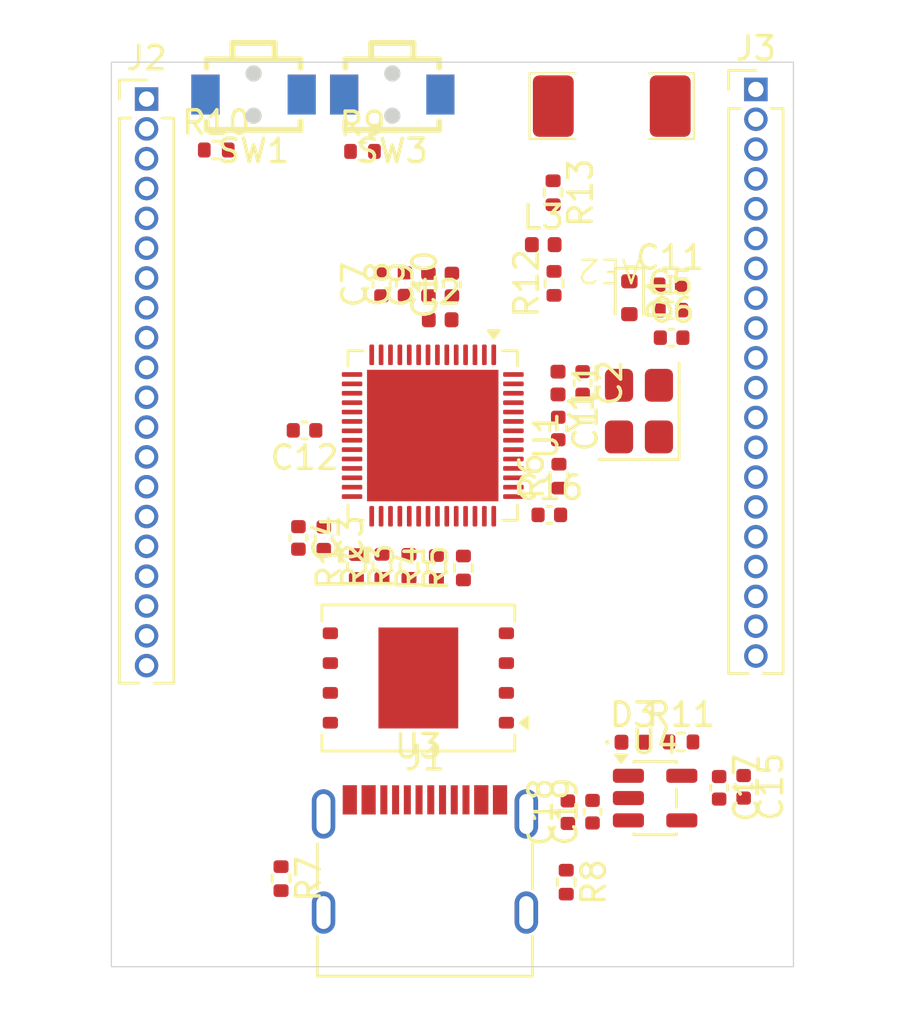
<source format=kicad_pcb>
(kicad_pcb (version 20241229) (generator "pcbnew") (generator_version "9.0")
  (layers (0 "F.Cu" signal) (2 "B.Cu" signal) (13 "F.Paste" user) (15 "B.Paste" user) (5 "F.SilkS" user "F.Silkscreen") (7 "B.SilkS" user "B.Silkscreen") (1 "F.Mask" user) (3 "B.Mask" user) (25 "Edge.Cuts" user))
  (net 0 "")
  (net 1 "GND")
  (net 2 "Net-(AE2-Pad2)")
  (net 3 "/XTAL_N")
  (net 4 "/XTAL_P")
  (net 5 "VDD_SPI")
  (net 6 "VDD33")
  (net 7 "Net-(C10-Pad1)")
  (net 8 "5V")
  (net 9 "Net-(D3-A)")
  (net 11 "/USB+")
  (net 12 "/USB-")
  (net 14 "Net-(J1-CC2)")
  (net 15 "Net-(J1-CC1)")
  (net 16 "/GPIO36")
  (net 17 "/GPIO40")
  (net 18 "/GPIO41")
  (net 19 "/GPIO37")
  (net 20 "/GPIO47")
  (net 21 "/GPIO42")
  (net 22 "/U0TXD")
  (net 23 "/GPIO35")
  (net 24 "/U0RXD")
  (net 25 "/GPIO48")
  (net 26 "/GPIO33")
  (net 27 "/GPIO39")
  (net 28 "/GPIO34")
  (net 29 "/GPIO6")
  (net 30 "/GPIO46")
  (net 31 "/GPIO38")
  (net 32 "/GPIO1")
  (net 33 "/GPIO3")
  (net 34 "/GPIO12")
  (net 35 "/GPIO8")
  (net 36 "/GPIO11")
  (net 37 "/GPIO17")
  (net 38 "/GPIO18")
  (net 39 "/GPIO2")
  (net 40 "/GPIO21")
  (net 41 "/GPIO9")
  (net 42 "/GPIO13")
  (net 43 "/GPIO7")
  (net 44 "/GPIO5")
  (net 45 "/GPIO14")
  (net 46 "/GPIO45")
  (net 47 "/GPIO4")
  (net 48 "/GPIO10")
  (net 49 "Net-(U1-XTAL_P)")
  (net 50 "Net-(L3-Pad2)")
  (net 51 "/SPIHD")
  (net 52 "Net-(U1-SPIHD{slash}GPIO27)")
  (net 53 "Net-(U1-SPIWP{slash}GPIO28)")
  (net 54 "/SPIWP")
  (net 55 "Net-(U1-SPICLK{slash}GPIO30)")
  (net 56 "/SPICLK")
  (net 57 "Net-(U1-SPIQ{slash}GPIO31)")
  (net 58 "/SPIQ")
  (net 59 "Net-(U1-SPID{slash}GPIO32)")
  (net 60 "/SPID")
  (net 61 "Net-(U1-U0TXD{slash}PROG{slash}GPIO43)")
  (net 62 "/RST")
  (net 63 "/BOOT")
  (net 64 "Net-(U1-LNA_IN{slash}RF)")
  (net 65 "/GPIO16")
  (net 66 "/GPIO15")
  (net 67 "/SPICS0")
  (footprint "Capacitor_SMD:C_0402_1005Metric" (layer "F.Cu") (at 150.01 94.47 90)
    (property "Reference" "C10" (at 0 -1.16 90) (layer "F.SilkS"))
    (property "Value" "0.1uf")
    (fp_line (start -0.107836 -0.36) (end 0.107836 -0.36) (stroke (width 0.12)) (layer "F.SilkS"))
    (fp_line (start -0.107836 0.36) (end 0.107836 0.36) (stroke (width 0.12)) (layer "F.SilkS"))
    (pad "1" smd roundrect (at -0.48 0 90) (size 0.56 0.62) (layers "F.Cu" "F.Mask" "F.Paste") (net 7 "Net-(C10-Pad1)"))
    (pad "2" smd roundrect (at 0.48 0 90) (size 0.56 0.62) (layers "F.Cu" "F.Mask" "F.Paste") (net 1 "GND"))
  )
  (footprint "Capacitor_SMD:C_0402_1005Metric" (layer "F.Cu") (at 143.73 100.68 180)
    (property "Reference" "C12" (at 0 -1.16 0) (layer "F.SilkS"))
    (property "Value" "0.1uf")
    (fp_line (start -0.107836 0.36) (end 0.107836 0.36) (stroke (width 0.12)) (layer "F.SilkS"))
    (fp_line (start -0.107836 -0.36) (end 0.107836 -0.36) (stroke (width 0.12)) (layer "F.SilkS"))
    (pad "1" smd roundrect (at -0.48 0 180) (size 0.56 0.62) (layers "F.Cu" "F.Mask" "F.Paste") (net 6 "VDD33"))
    (pad "2" smd roundrect (at 0.48 0 180) (size 0.56 0.62) (layers "F.Cu" "F.Mask" "F.Paste") (net 1 "GND"))
  )
  (footprint "Capacitor_SMD:C_0402_1005Metric" (layer "F.Cu") (at 154.16 104.28)
    (property "Reference" "C16" (at 0 -1.16 0) (layer "F.SilkS"))
    (property "Value" "0.1uf")
    (fp_line (start -0.107836 -0.36) (end 0.107836 -0.36) (stroke (width 0.12)) (layer "F.SilkS"))
    (fp_line (start -0.107836 0.36) (end 0.107836 0.36) (stroke (width 0.12)) (layer "F.SilkS"))
    (pad "1" smd roundrect (at -0.48 0) (size 0.56 0.62) (layers "F.Cu" "F.Mask" "F.Paste") (net 6 "VDD33"))
    (pad "2" smd roundrect (at 0.48 0) (size 0.56 0.62) (layers "F.Cu" "F.Mask" "F.Paste") (net 1 "GND"))
  )
  (footprint "Resistor_SMD:R_0402_1005Metric" (layer "F.Cu") (at 139.97 88.74)
    (property "Reference" "R10" (at 0 -1.17 0) (layer "F.SilkS"))
    (property "Value" "10K")
    (fp_line (start -0.153641 -0.38) (end 0.153641 -0.38) (stroke (width 0.12)) (layer "F.SilkS"))
    (fp_line (start -0.153641 0.38) (end 0.153641 0.38) (stroke (width 0.12)) (layer "F.SilkS"))
    (pad "1" smd roundrect (at -0.51 0) (size 0.54 0.64) (layers "F.Cu" "F.Mask" "F.Paste") (net 63 "/BOOT"))
    (pad "2" smd roundrect (at 0.51 0) (size 0.54 0.64) (layers "F.Cu" "F.Mask" "F.Paste") (net 6 "VDD33"))
  )
  (footprint "myself:CA-C03" (layer "F.Cu") (at 156.82 86.77 180)
    (property "Reference" "AE2" (at 0.1 -7.1 180) (layer "F.SilkS") (effects (font (thickness 0.1))))
    (property "Value" "CA-C03")
    (fp_line (start 3.5 -1.5) (end 3.5 1.3) (stroke (width 0.1)) (layer "F.SilkS"))
    (fp_line (start 3.45 -1.5) (end 1.55 -1.5) (stroke (width 0.1)) (layer "F.SilkS"))
    (fp_line (start 1.55 1.3) (end 3.45 1.3) (stroke (width 0.1)) (layer "F.SilkS"))
    (fp_line (start -1.6 -1.5) (end -3.5 -1.5) (stroke (width 0.1)) (layer "F.SilkS"))
    (fp_line (start -3.5 1.3) (end -1.6 1.3) (stroke (width 0.1)) (layer "F.SilkS"))
    (fp_line (start -3.5 -1.5) (end -3.5 1.3) (stroke (width 0.1)) (layer "F.SilkS"))
    (pad "1" smd roundrect (at -2.491 -0.1 180) (size 1.74 2.617) (layers "F.Cu" "F.Mask" "F.Paste") (roundrect_rratio 0.15) (net 1 "GND"))
    (pad "2" smd roundrect (at 2.491 -0.1 180) (size 1.74 2.617) (layers "F.Cu" "F.Mask" "F.Paste") (roundrect_rratio 0.15) (net 2 "Net-(AE2-Pad2)"))
  )
  (footprint "Inductor_SMD:L_0402_1005Metric" (layer "F.Cu") (at 154.53 98.665 -90)
    (property "Reference" "L1" (at 0 -1.17 90) (layer "F.SilkS"))
    (property "Value" "24nH")
    (pad "1" smd roundrect (at -0.485 0 270) (size 0.59 0.64) (layers "F.Cu" "F.Mask" "F.Paste") (net 4 "/XTAL_P"))
    (pad "2" smd roundrect (at 0.485 0 270) (size 0.59 0.64) (layers "F.Cu" "F.Mask" "F.Paste") (net 49 "Net-(U1-XTAL_P)"))
  )
  (footprint "Package_TO_SOT_SMD:SOT-23-5" (layer "F.Cu") (at 158.6675 116.34)
    (property "Reference" "U4" (at 0 -2.4 0) (layer "F.SilkS"))
    (property "Value" "ME6217C33M5G")
    (fp_line (start -0.91 -1.56) (end 0.91 -1.56) (stroke (width 0.12)) (layer "F.SilkS"))
    (fp_line (start -0.91 -1.51) (end -0.91 -1.56) (stroke (width 0.12)) (layer "F.SilkS"))
    (fp_line (start -0.91 1.56) (end -0.91 1.51) (stroke (width 0.12)) (layer "F.SilkS"))
    (fp_line (start 0.91 -1.56) (end 0.91 -1.51) (stroke (width 0.12)) (layer "F.SilkS"))
    (fp_line (start 0.91 -0.39) (end 0.91 0.39) (stroke (width 0.12)) (layer "F.SilkS"))
    (fp_line (start 0.91 1.51) (end 0.91 1.56) (stroke (width 0.12)) (layer "F.SilkS"))
    (fp_line (start 0.91 1.56) (end -0.91 1.56) (stroke (width 0.12)) (layer "F.SilkS"))
    (fp_poly (pts (xy -1.45 -1.51) (xy -1.69 -1.84) (xy -1.21 -1.84)) (stroke (width 0.12)) (fill yes) (layer "F.SilkS"))
    (pad "1" smd roundrect (at -1.1375 -0.95) (size 1.325 0.6) (layers "F.Cu" "F.Mask" "F.Paste") (net 8 "5V"))
    (pad "2" smd roundrect (at -1.1375 0) (size 1.325 0.6) (layers "F.Cu" "F.Mask" "F.Paste") (net 1 "GND"))
    (pad "3" smd roundrect (at -1.1375 0.95) (size 1.325 0.6) (layers "F.Cu" "F.Mask" "F.Paste") (net 8 "5V"))
    (pad "4" smd roundrect (at 1.1375 0.95) (size 1.325 0.6) (layers "F.Cu" "F.Mask" "F.Paste") (net 1 "GND"))
    (pad "5" smd roundrect (at 1.1375 -0.95) (size 1.325 0.6) (layers "F.Cu" "F.Mask" "F.Paste") (net 6 "VDD33"))
  )
  (footprint "myself:SW-SMD_L3.9-W3.6-LS4.8-EH" (layer "F.Cu") (at 147.47 86.38 180)
    (property "Reference" "SW3" (at 0 -2.399 0) (layer "F.SilkS"))
    (property "Value" "~")
    (fp_line (start 2 1.5) (end 2 1.143) (stroke (width 0.254)) (layer "F.SilkS"))
    (fp_line (start 2 -1.5) (end 2 -1.143) (stroke (width 0.254)) (layer "F.SilkS"))
    (fp_line (start 0.9 1.5) (end 0.9 2.2) (stroke (width 0.254)) (layer "F.SilkS"))
    (fp_line (start -0.9 2.2) (end 0.9 2.2) (stroke (width 0.254)) (layer "F.SilkS"))
    (fp_line (start -0.9 1.5) (end -0.9 2.2) (stroke (width 0.254)) (layer "F.SilkS"))
    (fp_line (start -2 1.5) (end 2 1.5) (stroke (width 0.254)) (layer "F.SilkS"))
    (fp_line (start -2 1.143) (end -2 1.5) (stroke (width 0.254)) (layer "F.SilkS"))
    (fp_line (start -2 -1.143) (end -2 -1.5) (stroke (width 0.254)) (layer "F.SilkS"))
    (fp_line (start -2 -1.5) (end 2 -1.5) (stroke (width 0.254)) (layer "F.SilkS"))
    (fp_poly (pts (xy 0.347006 0.854316) (xy 0.323358 0.766061) (xy 0.277674 0.686933) (xy 0.213067 0.622326) (xy 0.133939 0.576642) (xy 0.045684 0.552994) (xy -0.045684 0.552994) (xy -0.133939 0.576642) (xy -0.213067 0.622326) (xy -0.277674 0.686933) (xy -0.323358 0.766061) (xy -0.347006 0.854316) (xy -0.347006 0.945684) (xy -0.323358 1.033939) (xy -0.277674 1.113067) (xy -0.213067 1.177674) (xy -0.133939 1.223358) (xy -0.045684 1.247006) (xy 0.045684 1.247006) (xy 0.133939 1.223358) (xy 0.213067 1.177674) (xy 0.277674 1.113067) (xy 0.323358 1.033939) (xy 0.347006 0.945684)) (fill yes) (layer "Edge.Cuts"))
    (fp_poly (pts (xy 0.347006 -0.945684) (xy 0.323358 -1.033939) (xy 0.277674 -1.113067) (xy 0.213067 -1.177674) (xy 0.133939 -1.223358) (xy 0.045684 -1.247006) (xy -0.045684 -1.247006) (xy -0.133939 -1.223358) (xy -0.213067 -1.177674) (xy -0.277674 -1.113067) (xy -0.323358 -1.033939) (xy -0.347006 -0.945684) (xy -0.347006 -0.854316) (xy -0.323358 -0.766061) (xy -0.277674 -0.686933) (xy -0.213067 -0.622326) (xy -0.133939 -0.576642) (xy -0.045684 -0.552994) (xy 0.045684 -0.552994) (xy 0.133939 -0.576642) (xy 0.213067 -0.622326) (xy 0.277674 -0.686933) (xy 0.323358 -0.766061) (xy 0.347006 -0.854316)) (fill yes) (layer "Edge.Cuts"))
    (pad "1" thru_hole rect (at -2.05 0 180) (size 1.2 1.7) (drill 0.000001) (layers "*.Cu" "*.Mask") (net 1 "GND"))
    (pad "2" thru_hole rect (at 2.05 0 180) (size 1.2 1.7) (drill 0.000001) (layers "*.Cu" "*.Mask") (net 62 "/RST"))
  )
  (footprint "Connector_PinHeader_1.27mm:PinHeader_1x20_P1.27mm_Vertical" (layer "F.Cu") (at 137 86.57)
    (property "Reference" "J2" (at 0 -1.745 0) (layer "F.SilkS"))
    (property "Value" "Conn_01x20_Pin")
    (fp_line (start -1.16 -0.81) (end 0 -0.81) (stroke (width 0.12)) (layer "F.SilkS"))
    (fp_line (start -1.16 0) (end -1.16 -0.81) (stroke (width 0.12)) (layer "F.SilkS"))
    (fp_line (start -1.16 0.81) (end -1.16 24.875) (stroke (width 0.12)) (layer "F.SilkS"))
    (fp_line (start -1.16 0.81) (end -0.666708 0.81) (stroke (width 0.12)) (layer "F.SilkS"))
    (fp_line (start -1.16 24.875) (end -0.317923 24.875) (stroke (width 0.12)) (layer "F.SilkS"))
    (fp_line (start 0.317923 24.875) (end 1.16 24.875) (stroke (width 0.12)) (layer "F.SilkS"))
    (fp_line (start 0.666708 0.81) (end 1.16 0.81) (stroke (width 0.12)) (layer "F.SilkS"))
    (fp_line (start 1.16 0.81) (end 1.16 24.875) (stroke (width 0.12)) (layer "F.SilkS"))
    (pad "1" thru_hole rect (at 0 0) (size 1 1) (drill 0.65) (layers "*.Cu" "*.Mask") (net 27 "/GPIO39"))
    (pad "2" thru_hole circle (at 0 1.27) (size 1 1) (drill 0.65) (layers "*.Cu" "*.Mask") (net 17 "/GPIO40"))
    (pad "3" thru_hole circle (at 0 2.54) (size 1 1) (drill 0.65) (layers "*.Cu" "*.Mask") (net 18 "/GPIO41"))
    (pad "4" thru_hole circle (at 0 3.81) (size 1 1) (drill 0.65) (layers "*.Cu" "*.Mask") (net 21 "/GPIO42"))
    (pad "5" thru_hole circle (at 0 5.08) (size 1 1) (drill 0.65) (layers "*.Cu" "*.Mask") (net 26 "/GPIO33"))
    (pad "6" thru_hole circle (at 0 6.35) (size 1 1) (drill 0.65) (layers "*.Cu" "*.Mask") (net 28 "/GPIO34"))
    (pad "7" thru_hole circle (at 0 7.62) (size 1 1) (drill 0.65) (layers "*.Cu" "*.Mask") (net 23 "/GPIO35"))
    (pad "8" thru_hole circle (at 0 8.89) (size 1 1) (drill 0.65) (layers "*.Cu" "*.Mask") (net 16 "/GPIO36"))
    (pad "9" thru_hole circle (at 0 10.16) (size 1 1) (drill 0.65) (layers "*.Cu" "*.Mask") (net 19 "/GPIO37"))
    (pad "10" thru_hole circle (at 0 11.43) (size 1 1) (drill 0.65) (layers "*.Cu" "*.Mask") (net 20 "/GPIO47"))
    (pad "11" thru_hole circle (at 0 12.7) (size 1 1) (drill 0.65) (layers "*.Cu" "*.Mask") (net 25 "/GPIO48"))
    (pad "12" thru_hole circle (at 0 13.97) (size 1 1) (drill 0.65) (layers "*.Cu" "*.Mask") (net 22 "/U0TXD"))
    (pad "13" thru_hole circle (at 0 15.24) (size 1 1) (drill 0.65) (layers "*.Cu" "*.Mask") (net 24 "/U0RXD"))
    (pad "14" thru_hole circle (at 0 16.51) (size 1 1) (drill 0.65) (layers "*.Cu" "*.Mask") (net 8 "5V"))
    (pad "15" thru_hole circle (at 0 17.78) (size 1 1) (drill 0.65) (layers "*.Cu" "*.Mask") (net 8 "5V"))
    (pad "16" thru_hole circle (at 0 19.05) (size 1 1) (drill 0.65) (layers "*.Cu" "*.Mask") (net 6 "VDD33"))
    (pad "17" thru_hole circle (at 0 20.32) (size 1 1) (drill 0.65) (layers "*.Cu" "*.Mask") (net 6 "VDD33"))
    (pad "18" thru_hole circle (at 0 21.59) (size 1 1) (drill 0.65) (layers "*.Cu" "*.Mask") (net 1 "GND"))
    (pad "19" thru_hole circle (at 0 22.86) (size 1 1) (drill 0.65) (layers "*.Cu" "*.Mask") (net 1 "GND"))
    (pad "20" thru_hole circle (at 0 24.13) (size 1 1) (drill 0.65) (layers "*.Cu" "*.Mask") (net 1 "GND"))
  )
  (footprint "Capacitor_SMD:C_0402_1005Metric" (layer "F.Cu") (at 155.58 98.66 -90)
    (property "Reference" "C2" (at 0 -1.16 90) (layer "F.SilkS"))
    (property "Value" "10pF")
    (fp_line (start -0.107836 0.36) (end 0.107836 0.36) (stroke (width 0.12)) (layer "F.SilkS"))
    (fp_line (start -0.107836 -0.36) (end 0.107836 -0.36) (stroke (width 0.12)) (layer "F.SilkS"))
    (pad "1" smd roundrect (at -0.48 0 270) (size 0.56 0.62) (layers "F.Cu" "F.Mask" "F.Paste") (net 4 "/XTAL_P"))
    (pad "2" smd roundrect (at 0.48 0 270) (size 0.56 0.62) (layers "F.Cu" "F.Mask" "F.Paste") (net 1 "GND"))
  )
  (footprint "Resistor_SMD:R_0402_1005Metric" (layer "F.Cu") (at 142.73 119.77 -90)
    (property "Reference" "R7" (at 0 -1.17 90) (layer "F.SilkS"))
    (property "Value" "5.1K")
    (fp_line (start -0.153641 0.38) (end 0.153641 0.38) (stroke (width 0.12)) (layer "F.SilkS"))
    (fp_line (start -0.153641 -0.38) (end 0.153641 -0.38) (stroke (width 0.12)) (layer "F.SilkS"))
    (pad "1" smd roundrect (at -0.51 0 270) (size 0.54 0.64) (layers "F.Cu" "F.Mask" "F.Paste") (net 15 "Net-(J1-CC1)"))
    (pad "2" smd roundrect (at 0.51 0 270) (size 0.54 0.64) (layers "F.Cu" "F.Mask" "F.Paste") (net 1 "GND"))
  )
  (footprint "Resistor_SMD:R_0402_1005Metric" (layer "F.Cu") (at 148.18 106.47 90)
    (property "Reference" "R3" (at 0 -1.17 90) (layer "F.SilkS"))
    (property "Value" "0R")
    (fp_line (start -0.153641 -0.38) (end 0.153641 -0.38) (stroke (width 0.12)) (layer "F.SilkS"))
    (fp_line (start -0.153641 0.38) (end 0.153641 0.38) (stroke (width 0.12)) (layer "F.SilkS"))
    (pad "1" smd roundrect (at -0.51 0 90) (size 0.54 0.64) (layers "F.Cu" "F.Mask" "F.Paste") (net 56 "/SPICLK"))
    (pad "2" smd roundrect (at 0.51 0 90) (size 0.54 0.64) (layers "F.Cu" "F.Mask" "F.Paste") (net 55 "Net-(U1-SPICLK{slash}GPIO30)"))
  )
  (footprint "Capacitor_SMD:C_0402_1005Metric" (layer "F.Cu") (at 154.54 100.6 -90)
    (property "Reference" "C1" (at 0 -1.16 90) (layer "F.SilkS"))
    (property "Value" "10pf")
    (fp_line (start -0.107836 0.36) (end 0.107836 0.36) (stroke (width 0.12)) (layer "F.SilkS"))
    (fp_line (start -0.107836 -0.36) (end 0.107836 -0.36) (stroke (width 0.12)) (layer "F.SilkS"))
    (pad "1" smd roundrect (at -0.48 0 270) (size 0.56 0.62) (layers "F.Cu" "F.Mask" "F.Paste") (net 3 "/XTAL_N"))
    (pad "2" smd roundrect (at 0.48 0 270) (size 0.56 0.62) (layers "F.Cu" "F.Mask" "F.Paste") (net 1 "GND"))
  )
  (footprint "Resistor_SMD:R_0402_1005Metric" (layer "F.Cu") (at 145.94 106.48 90)
    (property "Reference" "R1" (at 0 -1.17 90) (layer "F.SilkS"))
    (property "Value" "0R")
    (fp_line (start -0.153641 -0.38) (end 0.153641 -0.38) (stroke (width 0.12)) (layer "F.SilkS"))
    (fp_line (start -0.153641 0.38) (end 0.153641 0.38) (stroke (width 0.12)) (layer "F.SilkS"))
    (pad "1" smd roundrect (at -0.51 0 90) (size 0.54 0.64) (layers "F.Cu" "F.Mask" "F.Paste") (net 51 "/SPIHD"))
    (pad "2" smd roundrect (at 0.51 0 90) (size 0.54 0.64) (layers "F.Cu" "F.Mask" "F.Paste") (net 52 "Net-(U1-SPIHD{slash}GPIO27)"))
  )
  (footprint "Connector_PinHeader_1.27mm:PinHeader_1x20_P1.27mm_Vertical" (layer "F.Cu") (at 162.96 86.16)
    (property "Reference" "J3" (at 0 -1.745 0) (layer "F.SilkS"))
    (property "Value" "Conn_01x20_Pin")
    (fp_line (start -1.16 -0.81) (end 0 -0.81) (stroke (width 0.12)) (layer "F.SilkS"))
    (fp_line (start -1.16 0) (end -1.16 -0.81) (stroke (width 0.12)) (layer "F.SilkS"))
    (fp_line (start -1.16 0.81) (end -1.16 24.875) (stroke (width 0.12)) (layer "F.SilkS"))
    (fp_line (start -1.16 0.81) (end -0.666708 0.81) (stroke (width 0.12)) (layer "F.SilkS"))
    (fp_line (start -1.16 24.875) (end -0.317923 24.875) (stroke (width 0.12)) (layer "F.SilkS"))
    (fp_line (start 0.317923 24.875) (end 1.16 24.875) (stroke (width 0.12)) (layer "F.SilkS"))
    (fp_line (start 0.666708 0.81) (end 1.16 0.81) (stroke (width 0.12)) (layer "F.SilkS"))
    (fp_line (start 1.16 0.81) (end 1.16 24.875) (stroke (width 0.12)) (layer "F.SilkS"))
    (pad "1" thru_hole rect (at 0 0) (size 1 1) (drill 0.65) (layers "*.Cu" "*.Mask") (net 32 "/GPIO1"))
    (pad "2" thru_hole circle (at 0 1.27) (size 1 1) (drill 0.65) (layers "*.Cu" "*.Mask") (net 39 "/GPIO2"))
    (pad "3" thru_hole circle (at 0 2.54) (size 1 1) (drill 0.65) (layers "*.Cu" "*.Mask") (net 33 "/GPIO3"))
    (pad "4" thru_hole circle (at 0 3.81) (size 1 1) (drill 0.65) (layers "*.Cu" "*.Mask") (net 47 "/GPIO4"))
    (pad "5" thru_hole circle (at 0 5.08) (size 1 1) (drill 0.65) (layers "*.Cu" "*.Mask") (net 44 "/GPIO5"))
    (pad "6" thru_hole circle (at 0 6.35) (size 1 1) (drill 0.65) (layers "*.Cu" "*.Mask") (net 29 "/GPIO6"))
    (pad "7" thru_hole circle (at 0 7.62) (size 1 1) (drill 0.65) (layers "*.Cu" "*.Mask") (net 43 "/GPIO7"))
    (pad "8" thru_hole circle (at 0 8.89) (size 1 1) (drill 0.65) (layers "*.Cu" "*.Mask") (net 35 "/GPIO8"))
    (pad "9" thru_hole circle (at 0 10.16) (size 1 1) (drill 0.65) (layers "*.Cu" "*.Mask") (net 41 "/GPIO9"))
    (pad "10" thru_hole circle (at 0 11.43) (size 1 1) (drill 0.65) (layers "*.Cu" "*.Mask") (net 48 "/GPIO10"))
    (pad "11" thru_hole circle (at 0 12.7) (size 1 1) (drill 0.65) (layers "*.Cu" "*.Mask") (net 36 "/GPIO11"))
    (pad "12" thru_hole circle (at 0 13.97) (size 1 1) (drill 0.65) (layers "*.Cu" "*.Mask") (net 34 "/GPIO12"))
    (pad "13" thru_hole circle (at 0 15.24) (size 1 1) (drill 0.65) (layers "*.Cu" "*.Mask") (net 42 "/GPIO13"))
    (pad "14" thru_hole circle (at 0 16.51) (size 1 1) (drill 0.65) (layers "*.Cu" "*.Mask") (net 45 "/GPIO14"))
    (pad "15" thru_hole circle (at 0 17.78) (size 1 1) (drill 0.65) (layers "*.Cu" "*.Mask") (net 37 "/GPIO17"))
    (pad "16" thru_hole circle (at 0 19.05) (size 1 1) (drill 0.65) (layers "*.Cu" "*.Mask") (net 38 "/GPIO18"))
    (pad "17" thru_hole circle (at 0 20.32) (size 1 1) (drill 0.65) (layers "*.Cu" "*.Mask") (net 40 "/GPIO21"))
    (pad "18" thru_hole circle (at 0 21.59) (size 1 1) (drill 0.65) (layers "*.Cu" "*.Mask") (net 31 "/GPIO38"))
    (pad "19" thru_hole circle (at 0 22.86) (size 1 1) (drill 0.65) (layers "*.Cu" "*.Mask") (net 46 "/GPIO45"))
    (pad "20" thru_hole circle (at 0 24.13) (size 1 1) (drill 0.65) (layers "*.Cu" "*.Mask") (net 30 "/GPIO46"))
  )
  (footprint "Resistor_SMD:R_0402_1005Metric" (layer "F.Cu") (at 150.5 106.54 90)
    (property "Reference" "R5" (at 0 -1.17 90) (layer "F.SilkS"))
    (property "Value" "0R")
    (fp_line (start -0.153641 -0.38) (end 0.153641 -0.38) (stroke (width 0.12)) (layer "F.SilkS"))
    (fp_line (start -0.153641 0.38) (end 0.153641 0.38) (stroke (width 0.12)) (layer "F.SilkS"))
    (pad "1" smd roundrect (at -0.51 0 90) (size 0.54 0.64) (layers "F.Cu" "F.Mask" "F.Paste") (net 60 "/SPID"))
    (pad "2" smd roundrect (at 0.51 0 90) (size 0.54 0.64) (layers "F.Cu" "F.Mask" "F.Paste") (net 59 "Net-(U1-SPID{slash}GPIO32)"))
  )
  (footprint "Diode_SMD:D_SOD-523" (layer "F.Cu") (at 157.57 95.0325 -90)
    (property "Reference" "D1" (at 0 -1.3 90) (layer "F.SilkS"))
    (property "Value" "ESD")
    (fp_line (start 0.7 0.6) (end -1.26 0.6) (stroke (width 0.12)) (layer "F.SilkS"))
    (fp_line (start -1.26 -0.6) (end -1.26 0.6) (stroke (width 0.12)) (layer "F.SilkS"))
    (fp_line (start 0.7 -0.6) (end -1.26 -0.6) (stroke (width 0.12)) (layer "F.SilkS"))
    (pad "1" smd roundrect (at -0.7 0 90) (size 0.6 0.7) (layers "F.Cu" "F.Mask" "F.Paste") (net 1 "GND"))
    (pad "2" smd roundrect (at 0.7 0 90) (size 0.6 0.7) (layers "F.Cu" "F.Mask" "F.Paste") (net 6 "VDD33"))
  )
  (footprint "Crystal:Crystal_SMD_3225-4Pin_3.2x2.5mm" (layer "F.Cu") (at 157.98 99.86 90)
    (property "Reference" "Y1" (at 0 -2.45 90) (layer "F.SilkS"))
    (property "Value" "40MHz")
    (fp_line (start -2.06 -1.71) (end -2.06 1.71) (stroke (width 0.12)) (layer "F.SilkS"))
    (fp_line (start -2.06 1.71) (end 2.06 1.71) (stroke (width 0.12)) (layer "F.SilkS"))
    (pad "1" smd roundrect (at -1.1 0.85 90) (size 1.4 1.2) (layers "F.Cu" "F.Mask" "F.Paste") (roundrect_rratio 0.208333) (net 4 "/XTAL_P"))
    (pad "2" smd roundrect (at 1.1 0.85 90) (size 1.4 1.2) (layers "F.Cu" "F.Mask" "F.Paste") (roundrect_rratio 0.208333) (net 1 "GND"))
    (pad "3" smd roundrect (at 1.1 -0.85 90) (size 1.4 1.2) (layers "F.Cu" "F.Mask" "F.Paste") (roundrect_rratio 0.208333) (net 3 "/XTAL_N"))
    (pad "4" smd roundrect (at -1.1 -0.85 90) (size 1.4 1.2) (layers "F.Cu" "F.Mask" "F.Paste") (roundrect_rratio 0.208333) (net 1 "GND"))
  )
  (footprint "Resistor_SMD:R_0402_1005Metric" (layer "F.Cu") (at 149.35 106.52 90)
    (property "Reference" "R4" (at 0 -1.17 90) (layer "F.SilkS"))
    (property "Value" "0R")
    (fp_line (start -0.153641 -0.38) (end 0.153641 -0.38) (stroke (width 0.12)) (layer "F.SilkS"))
    (fp_line (start -0.153641 0.38) (end 0.153641 0.38) (stroke (width 0.12)) (layer "F.SilkS"))
    (pad "1" smd roundrect (at -0.51 0 90) (size 0.54 0.64) (layers "F.Cu" "F.Mask" "F.Paste") (net 58 "/SPIQ"))
    (pad "2" smd roundrect (at 0.51 0 90) (size 0.54 0.64) (layers "F.Cu" "F.Mask" "F.Paste") (net 57 "Net-(U1-SPIQ{slash}GPIO31)"))
  )
  (footprint "Capacitor_SMD:C_0402_1005Metric" (layer "F.Cu") (at 159.37 96.7325)
    (property "Reference" "C6" (at 0 -1.16 0) (layer "F.SilkS"))
    (property "Value" "10nf")
    (fp_line (start -0.107836 -0.36) (end 0.107836 -0.36) (stroke (width 0.12)) (layer "F.SilkS"))
    (fp_line (start -0.107836 0.36) (end 0.107836 0.36) (stroke (width 0.12)) (layer "F.SilkS"))
    (pad "1" smd roundrect (at -0.48 0) (size 0.56 0.62) (layers "F.Cu" "F.Mask" "F.Paste") (net 6 "VDD33"))
    (pad "2" smd roundrect (at 0.48 0) (size 0.56 0.62) (layers "F.Cu" "F.Mask" "F.Paste") (net 1 "GND"))
  )
  (footprint "myself:SW-SMD_L3.9-W3.6-LS4.8-EH" (layer "F.Cu") (at 141.56 86.38 180)
    (property "Reference" "SW1" (at 0 -2.399 0) (layer "F.SilkS"))
    (property "Value" "~")
    (fp_line (start 2 1.5) (end 2 1.143) (stroke (width 0.254)) (layer "F.SilkS"))
    (fp_line (start 2 -1.5) (end 2 -1.143) (stroke (width 0.254)) (layer "F.SilkS"))
    (fp_line (start 0.9 1.5) (end 0.9 2.2) (stroke (width 0.254)) (layer "F.SilkS"))
    (fp_line (start -0.9 2.2) (end 0.9 2.2) (stroke (width 0.254)) (layer "F.SilkS"))
    (fp_line (start -0.9 1.5) (end -0.9 2.2) (stroke (width 0.254)) (layer "F.SilkS"))
    (fp_line (start -2 1.5) (end 2 1.5) (stroke (width 0.254)) (layer "F.SilkS"))
    (fp_line (start -2 1.143) (end -2 1.5) (stroke (width 0.254)) (layer "F.SilkS"))
    (fp_line (start -2 -1.143) (end -2 -1.5) (stroke (width 0.254)) (layer "F.SilkS"))
    (fp_line (start -2 -1.5) (end 2 -1.5) (stroke (width 0.254)) (layer "F.SilkS"))
    (fp_poly (pts (xy 0.347006 0.854316) (xy 0.323358 0.766061) (xy 0.277674 0.686933) (xy 0.213067 0.622326) (xy 0.133939 0.576642) (xy 0.045684 0.552994) (xy -0.045684 0.552994) (xy -0.133939 0.576642) (xy -0.213067 0.622326) (xy -0.277674 0.686933) (xy -0.323358 0.766061) (xy -0.347006 0.854316) (xy -0.347006 0.945684) (xy -0.323358 1.033939) (xy -0.277674 1.113067) (xy -0.213067 1.177674) (xy -0.133939 1.223358) (xy -0.045684 1.247006) (xy 0.045684 1.247006) (xy 0.133939 1.223358) (xy 0.213067 1.177674) (xy 0.277674 1.113067) (xy 0.323358 1.033939) (xy 0.347006 0.945684)) (fill yes) (layer "Edge.Cuts"))
    (fp_poly (pts (xy 0.347006 -0.945684) (xy 0.323358 -1.033939) (xy 0.277674 -1.113067) (xy 0.213067 -1.177674) (xy 0.133939 -1.223358) (xy 0.045684 -1.247006) (xy -0.045684 -1.247006) (xy -0.133939 -1.223358) (xy -0.213067 -1.177674) (xy -0.277674 -1.113067) (xy -0.323358 -1.033939) (xy -0.347006 -0.945684) (xy -0.347006 -0.854316) (xy -0.323358 -0.766061) (xy -0.277674 -0.686933) (xy -0.213067 -0.622326) (xy -0.133939 -0.576642) (xy -0.045684 -0.552994) (xy 0.045684 -0.552994) (xy 0.133939 -0.576642) (xy 0.213067 -0.622326) (xy 0.277674 -0.686933) (xy 0.323358 -0.766061) (xy 0.347006 -0.854316)) (fill yes) (layer "Edge.Cuts"))
    (pad "1" thru_hole rect (at -2.05 0 180) (size 1.2 1.7) (drill 0.000001) (layers "*.Cu" "*.Mask") (net 1 "GND"))
    (pad "2" thru_hole rect (at 2.05 0 180) (size 1.2 1.7) (drill 0.000001) (layers "*.Cu" "*.Mask") (net 63 "/BOOT"))
  )
  (footprint "Package_SON:WSON-8-1EP_8x6mm_P1.27mm_EP3.4x4.3mm" (layer "F.Cu") (at 148.58 111.225 180)
    (property "Reference" "U3" (at 0 -2.905 0) (layer "F.SilkS"))
    (property "Value" "W25Q16JVSS")
    (fp_line (start 4.11 3.11) (end -4.11 3.11) (stroke (width 0.12)) (layer "F.SilkS"))
    (fp_line (start 4.11 2.415) (end 4.11 3.11) (stroke (width 0.12)) (layer "F.SilkS"))
    (fp_line (start 4.11 -3.11) (end 4.11 -2.415) (stroke (width 0.12)) (layer "F.SilkS"))
    (fp_line (start -4.11 3.11) (end -4.11 2.415) (stroke (width 0.12)) (layer "F.SilkS"))
    (fp_line (start -4.11 -2.415) (end -4.11 -3.11) (stroke (width 0.12)) (layer "F.SilkS"))
    (fp_line (start -4.11 -3.11) (end 4.11 -3.11) (stroke (width 0.12)) (layer "F.SilkS"))
    (fp_poly (pts (xy -4.34 -1.91) (xy -4.67 -1.67) (xy -4.67 -2.15)) (stroke (width 0.12)) (fill yes) (layer "F.SilkS"))
    (pad "1" smd roundrect (at -3.75 -1.905 180) (size 0.65 0.5) (layers "F.Cu" "F.Mask" "F.Paste") (net 67 "/SPICS0"))
    (pad "2" smd roundrect (at -3.75 -0.635 180) (size 0.65 0.5) (layers "F.Cu" "F.Mask" "F.Paste") (net 58 "/SPIQ"))
    (pad "3" smd roundrect (at -3.75 0.635 180) (size 0.65 0.5) (layers "F.Cu" "F.Mask" "F.Paste") (net 54 "/SPIWP"))
    (pad "4" smd roundrect (at -3.75 1.905 180) (size 0.65 0.5) (layers "F.Cu" "F.Mask" "F.Paste") (net 1 "GND"))
    (pad "5" smd roundrect (at 3.75 1.905 180) (size 0.65 0.5) (layers "F.Cu" "F.Mask" "F.Paste") (net 60 "/SPID"))
    (pad "6" smd roundrect (at 3.75 0.635 180) (size 0.65 0.5) (layers "F.Cu" "F.Mask" "F.Paste") (net 56 "/SPICLK"))
    (pad "7" smd roundrect (at 3.75 -0.635 180) (size 0.65 0.5) (layers "F.Cu" "F.Mask" "F.Paste") (net 51 "/SPIHD"))
    (pad "8" smd roundrect (at 3.75 -1.905 180) (size 0.65 0.5) (layers "F.Cu" "F.Mask" "F.Paste") (net 5 "VDD_SPI"))
    (pad "9" smd rect (at 0 0 180) (size 3.4 4.3) (property pad_prop_heatsink) (layers "F.Cu" "F.Mask"))
  )
  (footprint "Resistor_SMD:R_0402_1005Metric" (layer "F.Cu") (at 147.03 106.47 90)
    (property "Reference" "R2" (at 0 -1.17 90) (layer "F.SilkS"))
    (property "Value" "0R")
    (fp_line (start -0.153641 -0.38) (end 0.153641 -0.38) (stroke (width 0.12)) (layer "F.SilkS"))
    (fp_line (start -0.153641 0.38) (end 0.153641 0.38) (stroke (width 0.12)) (layer "F.SilkS"))
    (pad "1" smd roundrect (at -0.51 0 90) (size 0.54 0.64) (layers "F.Cu" "F.Mask" "F.Paste") (net 54 "/SPIWP"))
    (pad "2" smd roundrect (at 0.51 0 90) (size 0.54 0.64) (layers "F.Cu" "F.Mask" "F.Paste") (net 53 "Net-(U1-SPIWP{slash}GPIO28)"))
  )
  (footprint "Resistor_SMD:R_0402_1005Metric" (layer "F.Cu") (at 154.57 102.63 90)
    (property "Reference" "R6" (at 0 -1.17 90) (layer "F.SilkS"))
    (property "Value" "499R")
    (fp_line (start -0.153641 -0.38) (end 0.153641 -0.38) (stroke (width 0.12)) (layer "F.SilkS"))
    (fp_line (start -0.153641 0.38) (end 0.153641 0.38) (stroke (width 0.12)) (layer "F.SilkS"))
    (pad "1" smd roundrect (at -0.51 0 90) (size 0.54 0.64) (layers "F.Cu" "F.Mask" "F.Paste") (net 61 "Net-(U1-U0TXD{slash}PROG{slash}GPIO43)"))
    (pad "2" smd roundrect (at 0.51 0 90) (size 0.54 0.64) (layers "F.Cu" "F.Mask" "F.Paste") (net 22 "/U0TXD"))
  )
  (footprint "Resistor_SMD:R_0402_1005Metric" (layer "F.Cu") (at 154.32 90.56 -90)
    (property "Reference" "R13" (at 0 -1.17 90) (layer "F.SilkS"))
    (property "Value" "0R")
    (fp_line (start -0.153641 0.38) (end 0.153641 0.38) (stroke (width 0.12)) (layer "F.SilkS"))
    (fp_line (start -0.153641 -0.38) (end 0.153641 -0.38) (stroke (width 0.12)) (layer "F.SilkS"))
    (pad "1" smd roundrect (at -0.51 0 270) (size 0.54 0.64) (layers "F.Cu" "F.Mask" "F.Paste") (net 2 "Net-(AE2-Pad2)"))
    (pad "2" smd roundrect (at 0.51 0 270) (size 0.54 0.64) (layers "F.Cu" "F.Mask" "F.Paste") (net 50 "Net-(L3-Pad2)"))
  )
  (footprint "Inductor_SMD:L_0402_1005Metric" (layer "F.Cu") (at 149.51 95.97)
    (property "Reference" "L2" (at 0 -1.17 0) (layer "F.SilkS"))
    (property "Value" "2.0nh/500ma")
    (pad "1" smd roundrect (at -0.485 0) (size 0.59 0.64) (layers "F.Cu" "F.Mask" "F.Paste") (net 6 "VDD33"))
    (pad "2" smd roundrect (at 0.485 0) (size 0.59 0.64) (layers "F.Cu" "F.Mask" "F.Paste") (net 7 "Net-(C10-Pad1)"))
  )
  (footprint "Resistor_SMD:R_0402_1005Metric" (layer "F.Cu") (at 154.36 94.42 90)
    (property "Reference" "R12" (at 0 -1.17 90) (layer "F.SilkS"))
    (property "Value" "0R")
    (fp_line (start -0.153641 -0.38) (end 0.153641 -0.38) (stroke (width 0.12)) (layer "F.SilkS"))
    (fp_line (start -0.153641 0.38) (end 0.153641 0.38) (stroke (width 0.12)) (layer "F.SilkS"))
    (pad "1" smd roundrect (at -0.51 0 90) (size 0.54 0.64) (layers "F.Cu" "F.Mask" "F.Paste") (net 50 "Net-(L3-Pad2)"))
    (pad "2" smd roundrect (at 0.51 0 90) (size 0.54 0.64) (layers "F.Cu" "F.Mask" "F.Paste") (net 64 "Net-(U1-LNA_IN{slash}RF)"))
  )
  (footprint "Resistor_SMD:R_0402_1005Metric" (layer "F.Cu") (at 146.2 88.8)
    (property "Reference" "R9" (at 0 -1.17 0) (layer "F.SilkS"))
    (property "Value" "10K")
    (fp_line (start -0.153641 -0.38) (end 0.153641 -0.38) (stroke (width 0.12)) (layer "F.SilkS"))
    (fp_line (start -0.153641 0.38) (end 0.153641 0.38) (stroke (width 0.12)) (layer "F.SilkS"))
    (pad "1" smd roundrect (at -0.51 0) (size 0.54 0.64) (layers "F.Cu" "F.Mask" "F.Paste") (net 62 "/RST"))
    (pad "2" smd roundrect (at 0.51 0) (size 0.54 0.64) (layers "F.Cu" "F.Mask" "F.Paste") (net 6 "VDD33"))
  )
  (footprint "Package_DFN_QFN:QFN-56-1EP_7x7mm_P0.4mm_EP5.6x5.6mm" (layer "F.Cu") (at 149.1925 100.9 -90)
    (property "Reference" "U1" (at 0 -4.83 90) (layer "F.SilkS"))
    (property "Value" "ESP32-S3")
    (fp_line (start -3.61 3.61) (end -3.61 2.96) (stroke (width 0.12)) (layer "F.SilkS"))
    (fp_line (start -2.96 3.61) (end -3.61 3.61) (stroke (width 0.12)) (layer "F.SilkS"))
    (fp_line (start 3.61 3.61) (end 2.96 3.61) (stroke (width 0.12)) (layer "F.SilkS"))
    (fp_line (start 3.61 2.96) (end 3.61 3.61) (stroke (width 0.12)) (layer "F.SilkS"))
    (fp_line (start -3.61 -2.96) (end -3.61 -3.61) (stroke (width 0.12)) (layer "F.SilkS"))
    (fp_line (start -3.61 -3.61) (end -2.96 -3.61) (stroke (width 0.12)) (layer "F.SilkS"))
    (fp_line (start 2.96 -3.61) (end 3.61 -3.61) (stroke (width 0.12)) (layer "F.SilkS"))
    (fp_line (start 3.61 -3.61) (end 3.61 -2.96) (stroke (width 0.12)) (layer "F.SilkS"))
    (fp_poly (pts (xy -4.14 -2.6) (xy -4.47 -2.36) (xy -4.47 -2.84)) (stroke (width 0.12)) (fill yes) (layer "F.SilkS"))
    (pad "1" smd roundrect (at -3.4375 -2.6 270) (size 0.875 0.2) (layers "F.Cu" "F.Mask" "F.Paste") (net 64 "Net-(U1-LNA_IN{slash}RF)"))
    (pad "2" smd roundrect (at -3.4375 -2.2 270) (size 0.875 0.2) (layers "F.Cu" "F.Mask" "F.Paste") (net 6 "VDD33"))
    (pad "3" smd roundrect (at -3.4375 -1.8 270) (size 0.875 0.2) (layers "F.Cu" "F.Mask" "F.Paste") (net 6 "VDD33"))
    (pad "4" smd roundrect (at -3.4375 -1.4 270) (size 0.875 0.2) (layers "F.Cu" "F.Mask" "F.Paste") (net 62 "/RST"))
    (pad "5" smd roundrect (at -3.4375 -1 270) (size 0.875 0.2) (layers "F.Cu" "F.Mask" "F.Paste") (net 63 "/BOOT"))
    (pad "6" smd roundrect (at -3.4375 -0.6 270) (size 0.875 0.2) (layers "F.Cu" "F.Mask" "F.Paste") (net 32 "/GPIO1"))
    (pad "7" smd roundrect (at -3.4375 -0.2 270) (size 0.875 0.2) (layers "F.Cu" "F.Mask" "F.Paste") (net 39 "/GPIO2"))
    (pad "8" smd roundrect (at -3.4375 0.2 270) (size 0.875 0.2) (layers "F.Cu" "F.Mask" "F.Paste") (net 33 "/GPIO3"))
    (pad "9" smd roundrect (at -3.4375 0.6 270) (size 0.875 0.2) (layers "F.Cu" "F.Mask" "F.Paste") (net 47 "/GPIO4"))
    (pad "10" smd roundrect (at -3.4375 1 270) (size 0.875 0.2) (layers "F.Cu" "F.Mask" "F.Paste") (net 44 "/GPIO5"))
    (pad "11" smd roundrect (at -3.4375 1.4 270) (size 0.875 0.2) (layers "F.Cu" "F.Mask" "F.Paste") (net 29 "/GPIO6"))
    (pad "12" smd roundrect (at -3.4375 1.8 270) (size 0.875 0.2) (layers "F.Cu" "F.Mask" "F.Paste") (net 43 "/GPIO7"))
    (pad "13" smd roundrect (at -3.4375 2.2 270) (size 0.875 0.2) (layers "F.Cu" "F.Mask" "F.Paste") (net 35 "/GPIO8"))
    (pad "14" smd roundrect (at -3.4375 2.6 270) (size 0.875 0.2) (layers "F.Cu" "F.Mask" "F.Paste") (net 41 "/GPIO9"))
    (pad "15" smd roundrect (at -2.6 3.4375 270) (size 0.2 0.875) (layers "F.Cu" "F.Mask" "F.Paste") (net 48 "/GPIO10"))
    (pad "16" smd roundrect (at -2.2 3.4375 270) (size 0.2 0.875) (layers "F.Cu" "F.Mask" "F.Paste") (net 36 "/GPIO11"))
    (pad "17" smd roundrect (at -1.8 3.4375 270) (size 0.2 0.875) (layers "F.Cu" "F.Mask" "F.Paste") (net 34 "/GPIO12"))
    (pad "18" smd roundrect (at -1.4 3.4375 270) (size 0.2 0.875) (layers "F.Cu" "F.Mask" "F.Paste") (net 42 "/GPIO13"))
    (pad "19" smd roundrect (at -1 3.4375 270) (size 0.2 0.875) (layers "F.Cu" "F.Mask" "F.Paste") (net 45 "/GPIO14"))
    (pad "20" smd roundrect (at -0.6 3.4375 270) (size 0.2 0.875) (layers "F.Cu" "F.Mask" "F.Paste") (net 6 "VDD33"))
    (pad "21" smd roundrect (at -0.2 3.4375 270) (size 0.2 0.875) (layers "F.Cu" "F.Mask" "F.Paste") (net 66 "/GPIO15"))
    (pad "22" smd roundrect (at 0.2 3.4375 270) (size 0.2 0.875) (layers "F.Cu" "F.Mask" "F.Paste") (net 65 "/GPIO16"))
    (pad "23" smd roundrect (at 0.6 3.4375 270) (size 0.2 0.875) (layers "F.Cu" "F.Mask" "F.Paste") (net 37 "/GPIO17"))
    (pad "24" smd roundrect (at 1 3.4375 270) (size 0.2 0.875) (layers "F.Cu" "F.Mask" "F.Paste") (net 38 "/GPIO18"))
    (pad "25" smd roundrect (at 1.4 3.4375 270) (size 0.2 0.875) (layers "F.Cu" "F.Mask" "F.Paste") (net 12 "/USB-"))
    (pad "26" smd roundrect (at 1.8 3.4375 270) (size 0.2 0.875) (layers "F.Cu" "F.Mask" "F.Paste") (net 11 "/USB+"))
    (pad "27" smd roundrect (at 2.2 3.4375 270) (size 0.2 0.875) (layers "F.Cu" "F.Mask" "F.Paste") (net 40 "/GPIO21"))
    (pad "28" smd roundrect (at 2.6 3.4375 270) (size 0.2 0.875) (layers "F.Cu" "F.Mask" "F.Paste"))
    (pad "29" smd roundrect (at 3.4375 2.6 270) (size 0.875 0.2) (layers "F.Cu" "F.Mask" "F.Paste") (net 5 "VDD_SPI"))
    (pad "30" smd roundrect (at 3.4375 2.2 270) (size 0.875 0.2) (layers "F.Cu" "F.Mask" "F.Paste") (net 52 "Net-(U1-SPIHD{slash}GPIO27)"))
    (pad "31" smd roundrect (at 3.4375 1.8 270) (size 0.875 0.2) (layers "F.Cu" "F.Mask" "F.Paste") (net 53 "Net-(U1-SPIWP{slash}GPIO28)"))
    (pad "32" smd roundrect (at 3.4375 1.4 270) (size 0.875 0.2) (layers "F.Cu" "F.Mask" "F.Paste") (net 67 "/SPICS0"))
    (pad "33" smd roundrect (at 3.4375 1 270) (size 0.875 0.2) (layers "F.Cu" "F.Mask" "F.Paste") (net 55 "Net-(U1-SPICLK{slash}GPIO30)"))
    (pad "34" smd roundrect (at 3.4375 0.6 270) (size 0.875 0.2) (layers "F.Cu" "F.Mask" "F.Paste") (net 57 "Net-(U1-SPIQ{slash}GPIO31)"))
    (pad "35" smd roundrect (at 3.4375 0.2 270) (size 0.875 0.2) (layers "F.Cu" "F.Mask" "F.Paste") (net 59 "Net-(U1-SPID{slash}GPIO32)"))
    (pad "36" smd roundrect (at 3.4375 -0.2 270) (size 0.875 0.2) (layers "F.Cu" "F.Mask" "F.Paste") (net 25 "/GPIO48"))
    (pad "37" smd roundrect (at 3.4375 -0.6 270) (size 0.875 0.2) (layers "F.Cu" "F.Mask" "F.Paste") (net 20 "/GPIO47"))
    (pad "38" smd roundrect (at 3.4375 -1 270) (size 0.875 0.2) (layers "F.Cu" "F.Mask" "F.Paste") (net 26 "/GPIO33"))
    (pad "39" smd roundrect (at 3.4375 -1.4 270) (size 0.875 0.2) (layers "F.Cu" "F.Mask" "F.Paste") (net 28 "/GPIO34"))
    (pad "40" smd roundrect (at 3.4375 -1.8 270) (size 0.875 0.2) (layers "F.Cu" "F.Mask" "F.Paste") (net 23 "/GPIO35"))
    (pad "41" smd roundrect (at 3.4375 -2.2 270) (size 0.875 0.2) (layers "F.Cu" "F.Mask" "F.Paste") (net 16 "/GPIO36"))
    (pad "42" smd roundrect (at 3.4375 -2.6 270) (size 0.875 0.2) (layers "F.Cu" "F.Mask" "F.Paste") (net 19 "/GPIO37"))
    (pad "43" smd roundrect (at 2.6 -3.4375 270) (size 0.2 0.875) (layers "F.Cu" "F.Mask" "F.Paste") (net 31 "/GPIO38"))
    (pad "44" smd roundrect (at 2.2 -3.4375 270) (size 0.2 0.875) (layers "F.Cu" "F.Mask" "F.Paste") (net 27 "/GPIO39"))
    (pad "45" smd roundrect (at 1.8 -3.4375 270) (size 0.2 0.875) (layers "F.Cu" "F.Mask" "F.Paste") (net 17 "/GPIO40"))
    (pad "46" smd roundrect (at 1.4 -3.4375 270) (size 0.2 0.875) (layers "F.Cu" "F.Mask" "F.Paste") (net 6 "VDD33"))
    (pad "47" smd roundrect (at 1 -3.4375 270) (size 0.2 0.875) (layers "F.Cu" "F.Mask" "F.Paste") (net 18 "/GPIO41"))
    (pad "48" smd roundrect (at 0.6 -3.4375 270) (size 0.2 0.875) (layers "F.Cu" "F.Mask" "F.Paste") (net 21 "/GPIO42"))
    (pad "49" smd roundrect (at 0.2 -3.4375 270) (size 0.2 0.875) (layers "F.Cu" "F.Mask" "F.Paste") (net 61 "Net-(U1-U0TXD{slash}PROG{slash}GPIO43)"))
    (pad "50" smd roundrect (at -0.2 -3.4375 270) (size 0.2 0.875) (layers "F.Cu" "F.Mask" "F.Paste") (net 24 "/U0RXD"))
    (pad "51" smd roundrect (at -0.6 -3.4375 270) (size 0.2 0.875) (layers "F.Cu" "F.Mask" "F.Paste") (net 46 "/GPIO45"))
    (pad "52" smd roundrect (at -1 -3.4375 270) (size 0.2 0.875) (layers "F.Cu" "F.Mask" "F.Paste") (net 30 "/GPIO46"))
    (pad "53" smd roundrect (at -1.4 -3.4375 270) (size 0.2 0.875) (layers "F.Cu" "F.Mask" "F.Paste") (net 3 "/XTAL_N"))
    (pad "54" smd roundrect (at -1.8 -3.4375 270) (size 0.2 0.875) (layers "F.Cu" "F.Mask" "F.Paste") (net 49 "Net-(U1-XTAL_P)"))
    (pad "55" smd roundrect (at -2.2 -3.4375 270) (size 0.2 0.875) (layers "F.Cu" "F.Mask" "F.Paste") (net 6 "VDD33"))
    (pad "56" smd roundrect (at -2.6 -3.4375 270) (size 0.2 0.875) (layers "F.Cu" "F.Mask" "F.Paste") (net 6 "VDD33"))
    (pad "57" smd rect (at 0 0 270) (size 5.6 5.6) (property pad_prop_heatsink) (layers "F.Cu" "F.Mask") (net 1 "GND"))
  )
  (footprint "Capacitor_SMD:C_0402_1005Metric" (layer "F.Cu") (at 159.32 95.56)
    (property "Reference" "C5" (at 0 -1.16 0) (layer "F.SilkS"))
    (property "Value" "1uf")
    (fp_line (start -0.107836 -0.36) (end 0.107836 -0.36) (stroke (width 0.12)) (layer "F.SilkS"))
    (fp_line (start -0.107836 0.36) (end 0.107836 0.36) (stroke (width 0.12)) (layer "F.SilkS"))
    (pad "1" smd roundrect (at -0.48 0) (size 0.56 0.62) (layers "F.Cu" "F.Mask" "F.Paste") (net 6 "VDD33"))
    (pad "2" smd roundrect (at 0.48 0) (size 0.56 0.62) (layers "F.Cu" "F.Mask" "F.Paste") (net 1 "GND"))
  )
  (footprint "Capacitor_SMD:C_0402_1005Metric" (layer "F.Cu") (at 156 116.92 90)
    (property "Reference" "C19" (at 0 -1.16 90) (layer "F.SilkS"))
    (property "Value" "100nf")
    (fp_line (start -0.107836 -0.36) (end 0.107836 -0.36) (stroke (width 0.12)) (layer "F.SilkS"))
    (fp_line (start -0.107836 0.36) (end 0.107836 0.36) (stroke (width 0.12)) (layer "F.SilkS"))
    (pad "1" smd roundrect (at -0.48 0 90) (size 0.56 0.62) (layers "F.Cu" "F.Mask" "F.Paste") (net 8 "5V"))
    (pad "2" smd roundrect (at 0.48 0 90) (size 0.56 0.62) (layers "F.Cu" "F.Mask" "F.Paste") (net 1 "GND"))
  )
  (footprint "Inductor_SMD:L_0402_1005Metric" (layer "F.Cu") (at 153.9 92.77)
    (property "Reference" "L3" (at 0 -1.17 0) (layer "F.SilkS"))
    (property "Value" "3nh")
    (pad "1" smd roundrect (at -0.485 0) (size 0.59 0.64) (layers "F.Cu" "F.Mask" "F.Paste") (net 1 "GND"))
    (pad "2" smd roundrect (at 0.485 0) (size 0.59 0.64) (layers "F.Cu" "F.Mask" "F.Paste") (net 50 "Net-(L3-Pad2)"))
  )
  (footprint "Capacitor_SMD:C_0402_1005Metric" (layer "F.Cu") (at 162.44 115.86 -90)
    (property "Reference" "C15" (at 0 -1.16 90) (layer "F.SilkS"))
    (property "Value" "10uf")
    (fp_line (start -0.107836 0.36) (end 0.107836 0.36) (stroke (width 0.12)) (layer "F.SilkS"))
    (fp_line (start -0.107836 -0.36) (end 0.107836 -0.36) (stroke (width 0.12)) (layer "F.SilkS"))
    (pad "1" smd roundrect (at -0.48 0 270) (size 0.56 0.62) (layers "F.Cu" "F.Mask" "F.Paste") (net 6 "VDD33"))
    (pad "2" smd roundrect (at 0.48 0 270) (size 0.56 0.62) (layers "F.Cu" "F.Mask" "F.Paste") (net 1 "GND"))
  )
  (footprint "Connector_USB:USB_C_Receptacle_G-Switch_GT-USB-7010ASV" (layer "F.Cu") (at 148.86 120.14)
    (property "Reference" "J1" (at 0 -5.5 0) (layer "F.SilkS"))
    (property "Value" "USB_C_Receptacle_USB2.0_16P")
    (fp_line (start -4.58 -1.85) (end -4.58 0.07) (stroke (width 0.12)) (layer "F.SilkS"))
    (fp_line (start -4.58 3.785) (end -4.58 2.08) (stroke (width 0.12)) (layer "F.SilkS"))
    (fp_line (start 4.58 0.07) (end 4.58 -1.85) (stroke (width 0.12)) (layer "F.SilkS"))
    (fp_line (start 4.58 2.08) (end 4.58 3.785) (stroke (width 0.12)) (layer "F.SilkS"))
    (fp_line (start 4.58 3.785) (end -4.58 3.785) (stroke (width 0.12)) (layer "F.SilkS"))
    (pad "" np_thru_hole circle (at -2.89 -2.605) (size 0.65 0.65) (drill 0.65) (layers "*.Cu" "*.Mask"))
    (pad "" np_thru_hole circle (at 2.89 -2.605) (size 0.65 0.65) (drill 0.65) (layers "*.Cu" "*.Mask"))
    (pad "A1" smd rect (at -3.2 -3.725) (size 0.6 1.24) (layers "F.Cu" "F.Mask" "F.Paste") (net 1 "GND"))
    (pad "A4" smd rect (at -2.4 -3.725) (size 0.6 1.24) (layers "F.Cu" "F.Mask" "F.Paste") (net 8 "5V"))
    (pad "A5" smd rect (at -1.25 -3.725) (size 0.3 1.24) (layers "F.Cu" "F.Mask" "F.Paste") (net 15 "Net-(J1-CC1)"))
    (pad "A6" smd rect (at -0.25 -3.725) (size 0.3 1.24) (layers "F.Cu" "F.Mask" "F.Paste") (net 11 "/USB+"))
    (pad "A7" smd rect (at 0.25 -3.725) (size 0.3 1.24) (layers "F.Cu" "F.Mask" "F.Paste") (net 12 "/USB-"))
    (pad "A8" smd rect (at 1.25 -3.725) (size 0.3 1.24) (layers "F.Cu" "F.Mask" "F.Paste"))
    (pad "A9" smd rect (at 2.4 -3.725) (size 0.6 1.24) (layers "F.Cu" "F.Mask" "F.Paste") (net 8 "5V"))
    (pad "A12" smd rect (at 3.2 -3.725) (size 0.6 1.24) (layers "F.Cu" "F.Mask" "F.Paste") (net 1 "GND"))
    (pad "B1" smd rect (at 3.2 -3.725) (size 0.6 1.24) (layers "F.Cu" "F.Mask" "F.Paste") (net 1 "GND"))
    (pad "B4" smd rect (at 2.4 -3.725) (size 0.6 1.24) (layers "F.Cu" "F.Mask" "F.Paste") (net 8 "5V"))
    (pad "B5" smd rect (at 1.75 -3.725) (size 0.3 1.24) (layers "F.Cu" "F.Mask" "F.Paste") (net 14 "Net-(J1-CC2)"))
    (pad "B6" smd rect (at 0.75 -3.725) (size 0.3 1.24) (layers "F.Cu" "F.Mask" "F.Paste") (net 11 "/USB+"))
    (pad "B7" smd rect (at -0.75 -3.725) (size 0.3 1.24) (layers "F.Cu" "F.Mask" "F.Paste") (net 12 "/USB-"))
    (pad "B8" smd rect (at -1.75 -3.725) (size 0.3 1.24) (layers "F.Cu" "F.Mask" "F.Paste"))
    (pad "B9" smd rect (at -2.4 -3.725) (size 0.6 1.24) (layers "F.Cu" "F.Mask" "F.Paste") (net 8 "5V"))
    (pad "B12" smd rect (at -3.2 -3.725) (size 0.6 1.24) (layers "F.Cu" "F.Mask" "F.Paste") (net 1 "GND"))
    (pad "S1" thru_hole oval (at -4.32 -3.125) (size 1 2.1) (drill oval 0.6 1.7) (property pad_prop_heatsink) (layers "*.Cu" "*.Mask") (net 1 "GND"))
    (pad "S1" thru_hole oval (at -4.32 1.075) (size 1 1.8) (drill oval 0.6 1.4) (property pad_prop_heatsink) (layers "*.Cu" "*.Mask") (net 1 "GND"))
    (pad "S1" thru_hole oval (at 4.32 -3.125) (size 1 2.1) (drill oval 0.6 1.7) (property pad_prop_heatsink) (layers "*.Cu" "*.Mask") (net 1 "GND"))
    (pad "S1" thru_hole oval (at 4.32 1.075) (size 1 1.8) (drill oval 0.6 1.4) (property pad_prop_heatsink) (layers "*.Cu" "*.Mask") (net 1 "GND"))
  )
  (footprint "Capacitor_SMD:C_0402_1005Metric" (layer "F.Cu") (at 161.395 115.9025 -90)
    (property "Reference" "C17" (at 0 -1.16 90) (layer "F.SilkS"))
    (property "Value" "100nf")
    (fp_line (start -0.107836 0.36) (end 0.107836 0.36) (stroke (width 0.12)) (layer "F.SilkS"))
    (fp_line (start -0.107836 -0.36) (end 0.107836 -0.36) (stroke (width 0.12)) (layer "F.SilkS"))
    (pad "1" smd roundrect (at -0.48 0 270) (size 0.56 0.62) (layers "F.Cu" "F.Mask" "F.Paste") (net 6 "VDD33"))
    (pad "2" smd roundrect (at 0.48 0 270) (size 0.56 0.62) (layers "F.Cu" "F.Mask" "F.Paste") (net 1 "GND"))
  )
  (footprint "Capacitor_SMD:C_0402_1005Metric" (layer "F.Cu") (at 147.01 94.47 90)
    (property "Reference" "C7" (at 0 -1.16 90) (layer "F.SilkS"))
    (property "Value" "10uf")
    (fp_line (start -0.107836 -0.36) (end 0.107836 -0.36) (stroke (width 0.12)) (layer "F.SilkS"))
    (fp_line (start -0.107836 0.36) (end 0.107836 0.36) (stroke (width 0.12)) (layer "F.SilkS"))
    (pad "1" smd roundrect (at -0.48 0 90) (size 0.56 0.62) (layers "F.Cu" "F.Mask" "F.Paste") (net 6 "VDD33"))
    (pad "2" smd roundrect (at 0.48 0 90) (size 0.56 0.62) (layers "F.Cu" "F.Mask" "F.Paste") (net 1 "GND"))
  )
  (footprint "Resistor_SMD:R_0402_1005Metric" (layer "F.Cu") (at 159.77 113.95)
    (property "Reference" "R11" (at 0 -1.17 0) (layer "F.SilkS"))
    (property "Value" "5.1K")
    (fp_line (start -0.153641 -0.38) (end 0.153641 -0.38) (stroke (width 0.12)) (layer "F.SilkS"))
    (fp_line (start -0.153641 0.38) (end 0.153641 0.38) (stroke (width 0.12)) (layer "F.SilkS"))
    (pad "1" smd roundrect (at -0.51 0) (size 0.54 0.64) (layers "F.Cu" "F.Mask" "F.Paste") (net 9 "Net-(D3-A)"))
    (pad "2" smd roundrect (at 0.51 0) (size 0.54 0.64) (layers "F.Cu" "F.Mask" "F.Paste") (net 6 "VDD33"))
  )
  (footprint "Capacitor_SMD:C_0402_1005Metric" (layer "F.Cu") (at 144.55 105.27 -90)
    (property "Reference" "C3" (at 0 -1.16 90) (layer "F.SilkS"))
    (property "Value" "0.1uf")
    (fp_line (start -0.107836 0.36) (end 0.107836 0.36) (stroke (width 0.12)) (layer "F.SilkS"))
    (fp_line (start -0.107836 -0.36) (end 0.107836 -0.36) (stroke (width 0.12)) (layer "F.SilkS"))
    (pad "1" smd roundrect (at -0.48 0 270) (size 0.56 0.62) (layers "F.Cu" "F.Mask" "F.Paste") (net 5 "VDD_SPI"))
    (pad "2" smd roundrect (at 0.48 0 270) (size 0.56 0.62) (layers "F.Cu" "F.Mask" "F.Paste") (net 1 "GND"))
  )
  (footprint "Capacitor_SMD:C_0402_1005Metric" (layer "F.Cu") (at 149.01 94.47 90)
    (property "Reference" "C9" (at 0 -1.16 90) (layer "F.SilkS"))
    (property "Value" "0.1uf")
    (fp_line (start -0.107836 -0.36) (end 0.107836 -0.36) (stroke (width 0.12)) (layer "F.SilkS"))
    (fp_line (start -0.107836 0.36) (end 0.107836 0.36) (stroke (width 0.12)) (layer "F.SilkS"))
    (pad "1" smd roundrect (at -0.48 0 90) (size 0.56 0.62) (layers "F.Cu" "F.Mask" "F.Paste") (net 6 "VDD33"))
    (pad "2" smd roundrect (at 0.48 0 90) (size 0.56 0.62) (layers "F.Cu" "F.Mask" "F.Paste") (net 1 "GND"))
  )
  (footprint "LED_SMD:LED_0402_1005Metric" (layer "F.Cu") (at 157.72 113.96)
    (property "Reference" "D3" (at 0 -1.17 0) (layer "F.SilkS"))
    (property "Value" "LED")
    (fp_circle (center -1.09 0) (end -1.04 0) (stroke (width 0.1)) (fill no) (layer "F.SilkS"))
    (pad "1" smd roundrect (at -0.485 0) (size 0.59 0.64) (layers "F.Cu" "F.Mask" "F.Paste") (net 1 "GND"))
    (pad "2" smd roundrect (at 0.485 0) (size 0.59 0.64) (layers "F.Cu" "F.Mask" "F.Paste") (net 9 "Net-(D3-A)"))
  )
  (footprint "Capacitor_SMD:C_0402_1005Metric" (layer "F.Cu") (at 148.01 94.45 90)
    (property "Reference" "C8" (at 0 -1.16 90) (layer "F.SilkS"))
    (property "Value" "1uf")
    (fp_line (start -0.107836 -0.36) (end 0.107836 -0.36) (stroke (width 0.12)) (layer "F.SilkS"))
    (fp_line (start -0.107836 0.36) (end 0.107836 0.36) (stroke (width 0.12)) (layer "F.SilkS"))
    (pad "1" smd roundrect (at -0.48 0 90) (size 0.56 0.62) (layers "F.Cu" "F.Mask" "F.Paste") (net 6 "VDD33"))
    (pad "2" smd roundrect (at 0.48 0 90) (size 0.56 0.62) (layers "F.Cu" "F.Mask" "F.Paste") (net 1 "GND"))
  )
  (footprint "Resistor_SMD:R_0402_1005Metric" (layer "F.Cu") (at 154.88 119.92 -90)
    (property "Reference" "R8" (at 0 -1.17 90) (layer "F.SilkS"))
    (property "Value" "5.1K")
    (fp_line (start -0.153641 0.38) (end 0.153641 0.38) (stroke (width 0.12)) (layer "F.SilkS"))
    (fp_line (start -0.153641 -0.38) (end 0.153641 -0.38) (stroke (width 0.12)) (layer "F.SilkS"))
    (pad "1" smd roundrect (at -0.51 0 270) (size 0.54 0.64) (layers "F.Cu" "F.Mask" "F.Paste") (net 14 "Net-(J1-CC2)"))
    (pad "2" smd roundrect (at 0.51 0 270) (size 0.54 0.64) (layers "F.Cu" "F.Mask" "F.Paste") (net 1 "GND"))
  )
  (footprint "Capacitor_SMD:C_0402_1005Metric" (layer "F.Cu") (at 143.47 105.26 -90)
    (property "Reference" "C4" (at 0 -1.16 90) (layer "F.SilkS"))
    (property "Value" "1uf")
    (fp_line (start -0.107836 0.36) (end 0.107836 0.36) (stroke (width 0.12)) (layer "F.SilkS"))
    (fp_line (start -0.107836 -0.36) (end 0.107836 -0.36) (stroke (width 0.12)) (layer "F.SilkS"))
    (pad "1" smd roundrect (at -0.48 0 270) (size 0.56 0.62) (layers "F.Cu" "F.Mask" "F.Paste") (net 5 "VDD_SPI"))
    (pad "2" smd roundrect (at 0.48 0 270) (size 0.56 0.62) (layers "F.Cu" "F.Mask" "F.Paste") (net 1 "GND"))
  )
  (footprint "Capacitor_SMD:C_0402_1005Metric" (layer "F.Cu") (at 154.95 116.94 90)
    (property "Reference" "C18" (at 0 -1.16 90) (layer "F.SilkS"))
    (property "Value" "10uf")
    (fp_line (start -0.107836 -0.36) (end 0.107836 -0.36) (stroke (width 0.12)) (layer "F.SilkS"))
    (fp_line (start -0.107836 0.36) (end 0.107836 0.36) (stroke (width 0.12)) (layer "F.SilkS"))
    (pad "1" smd roundrect (at -0.48 0 90) (size 0.56 0.62) (layers "F.Cu" "F.Mask" "F.Paste") (net 8 "5V"))
    (pad "2" smd roundrect (at 0.48 0 90) (size 0.56 0.62) (layers "F.Cu" "F.Mask" "F.Paste") (net 1 "GND"))
  )
  (footprint "Capacitor_SMD:C_0402_1005Metric" (layer "F.Cu") (at 159.31 94.48)
    (property "Reference" "C11" (at 0 -1.16 0) (layer "F.SilkS"))
    (property "Value" "10uf")
    (fp_line (start -0.107836 -0.36) (end 0.107836 -0.36) (stroke (width 0.12)) (layer "F.SilkS"))
    (fp_line (start -0.107836 0.36) (end 0.107836 0.36) (stroke (width 0.12)) (layer "F.SilkS"))
    (pad "1" smd roundrect (at -0.48 0) (size 0.56 0.62) (layers "F.Cu" "F.Mask" "F.Paste") (net 6 "VDD33"))
    (pad "2" smd roundrect (at 0.48 0) (size 0.56 0.62) (layers "F.Cu" "F.Mask" "F.Paste") (net 1 "GND"))
  )
  (gr_rect (start 135.5 85) (end 164.56 123.52) (stroke (width 0.05)) (fill no) (layer "Edge.Cuts"))
)
</source>
